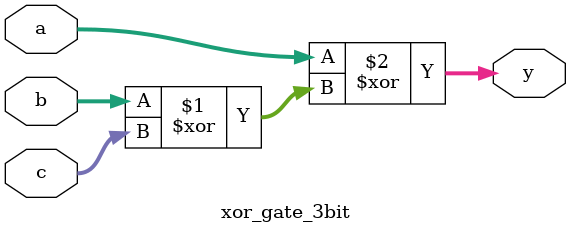
<source format=sv>
module xor_gate_3bit(
  input logic [2:0] a,
  input logic [2:0] b,
  input logic [2:0] c,
  output logic [2:0] y
);
  
  assign y = a ^ ( b ^ c);
  
endmodule


</source>
